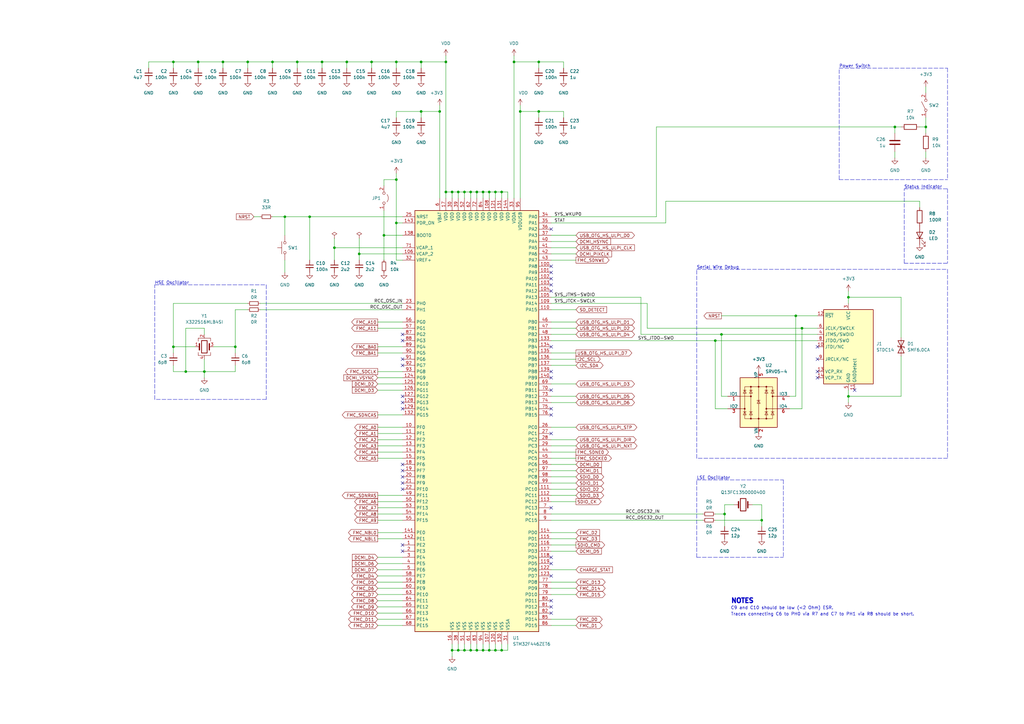
<source format=kicad_sch>
(kicad_sch (version 20211123) (generator eeschema)
  (paper "A3")
  (junction (at 200.66 266.7))
  (junction (at 182.88 78.74))
  (junction (at 101.6 25.4))
  (junction (at 185.42 266.7))
  (junction (at 220.98 25.4))
  (junction (at 83.82 152.4))
  (junction (at 185.42 78.74))
  (junction (at 111.76 25.4))
  (junction (at 205.74 266.7))
  (junction (at 195.58 78.74))
  (junction (at 71.12 25.4))
  (junction (at 193.04 78.74))
  (junction (at 147.32 104.14))
  (junction (at 137.16 101.6))
  (junction (at 190.5 78.74))
  (junction (at 172.72 45.72))
  (junction (at 203.2 266.7))
  (junction (at 293.37 139.7))
  (junction (at 190.5 266.7))
  (junction (at 205.74 78.74))
  (junction (at 81.28 25.4))
  (junction (at 198.12 266.7))
  (junction (at 71.12 142.24))
  (junction (at 213.36 45.72))
  (junction (at 121.92 25.4))
  (junction (at 132.08 25.4))
  (junction (at 152.4 25.4))
  (junction (at 326.39 129.54))
  (junction (at 96.52 142.24))
  (junction (at 210.82 25.4))
  (junction (at 162.56 91.44))
  (junction (at 347.98 121.92))
  (junction (at 142.24 25.4))
  (junction (at 295.91 137.16))
  (junction (at 328.93 134.62))
  (junction (at 312.42 213.36))
  (junction (at 162.56 25.4))
  (junction (at 76.2 152.4))
  (junction (at 116.84 88.9))
  (junction (at 193.04 266.7))
  (junction (at 203.2 78.74))
  (junction (at 367.03 52.07))
  (junction (at 162.56 73.66))
  (junction (at 157.48 96.52))
  (junction (at 297.18 210.82))
  (junction (at 379.73 52.07))
  (junction (at 182.88 25.4))
  (junction (at 127 88.9))
  (junction (at 172.72 25.4))
  (junction (at 347.98 162.56))
  (junction (at 198.12 78.74))
  (junction (at 180.34 45.72))
  (junction (at 187.96 266.7))
  (junction (at 195.58 266.7))
  (junction (at 187.96 78.74))
  (junction (at 91.44 25.4))
  (junction (at 200.66 78.74))
  (junction (at 220.98 45.72))
  (no_connect (at 165.1 198.12))
  (no_connect (at 226.06 170.18))
  (no_connect (at 226.06 246.38))
  (no_connect (at 335.28 154.94))
  (no_connect (at 165.1 223.52))
  (no_connect (at 335.28 147.32))
  (no_connect (at 335.28 152.4))
  (no_connect (at 226.06 160.02))
  (no_connect (at 165.1 226.06))
  (no_connect (at 226.06 114.3))
  (no_connect (at 226.06 167.64))
  (no_connect (at 226.06 116.84))
  (no_connect (at 165.1 165.1))
  (no_connect (at 165.1 162.56))
  (no_connect (at 165.1 167.64))
  (no_connect (at 165.1 137.16))
  (no_connect (at 335.28 142.24))
  (no_connect (at 226.06 236.22))
  (no_connect (at 226.06 231.14))
  (no_connect (at 226.06 152.4))
  (no_connect (at 226.06 154.94))
  (no_connect (at 226.06 109.22))
  (no_connect (at 226.06 248.92))
  (no_connect (at 226.06 119.38))
  (no_connect (at 165.1 193.04))
  (no_connect (at 226.06 93.98))
  (no_connect (at 226.06 177.8))
  (no_connect (at 226.06 111.76))
  (no_connect (at 226.06 251.46))
  (no_connect (at 165.1 139.7))
  (no_connect (at 165.1 190.5))
  (no_connect (at 226.06 142.24))
  (no_connect (at 165.1 195.58))
  (no_connect (at 165.1 149.86))
  (no_connect (at 350.52 160.02))
  (no_connect (at 165.1 200.66))
  (no_connect (at 226.06 228.6))
  (no_connect (at 165.1 147.32))
  (no_connect (at 226.06 208.28))
  (wire (pts (xy 226.06 127) (xy 236.22 127)))
  (wire (pts (xy 347.98 121.92) (xy 347.98 124.46)))
  (wire (pts (xy 323.85 162.56) (xy 326.39 162.56)))
  (wire (pts (xy 231.14 45.72) (xy 220.98 45.72)))
  (wire (pts (xy 328.93 134.62) (xy 335.28 134.62)))
  (wire (pts (xy 137.16 97.79) (xy 137.16 101.6)))
  (wire (pts (xy 231.14 25.4) (xy 220.98 25.4)))
  (wire (pts (xy 312.42 207.01) (xy 312.42 213.36)))
  (wire (pts (xy 236.22 99.06) (xy 226.06 99.06)))
  (wire (pts (xy 185.42 264.16) (xy 185.42 266.7)))
  (wire (pts (xy 220.98 25.4) (xy 220.98 27.94)))
  (wire (pts (xy 162.56 106.68) (xy 162.56 91.44)))
  (wire (pts (xy 236.22 175.26) (xy 226.06 175.26)))
  (wire (pts (xy 293.37 139.7) (xy 335.28 139.7)))
  (wire (pts (xy 226.06 205.74) (xy 236.22 205.74)))
  (wire (pts (xy 157.48 96.52) (xy 165.1 96.52)))
  (wire (pts (xy 236.22 147.32) (xy 226.06 147.32)))
  (polyline (pts (xy 344.17 27.94) (xy 388.62 27.94)))
  (wire (pts (xy 367.03 52.07) (xy 367.03 54.61)))
  (wire (pts (xy 154.94 233.68) (xy 165.1 233.68)))
  (wire (pts (xy 213.36 45.72) (xy 220.98 45.72)))
  (wire (pts (xy 236.22 187.96) (xy 226.06 187.96)))
  (wire (pts (xy 297.18 207.01) (xy 300.99 207.01)))
  (wire (pts (xy 76.2 134.62) (xy 76.2 152.4)))
  (polyline (pts (xy 109.22 163.83) (xy 63.5 163.83)))
  (wire (pts (xy 200.66 266.7) (xy 203.2 266.7)))
  (wire (pts (xy 106.68 127) (xy 165.1 127)))
  (polyline (pts (xy 63.5 163.83) (xy 63.5 116.84)))
  (wire (pts (xy 80.01 142.24) (xy 71.12 142.24)))
  (wire (pts (xy 162.56 73.66) (xy 162.56 71.12)))
  (wire (pts (xy 162.56 91.44) (xy 162.56 73.66)))
  (wire (pts (xy 147.32 106.68) (xy 147.32 104.14)))
  (wire (pts (xy 236.22 96.52) (xy 226.06 96.52)))
  (polyline (pts (xy 321.31 196.85) (xy 321.31 228.6)))
  (wire (pts (xy 116.84 88.9) (xy 116.84 96.52)))
  (wire (pts (xy 91.44 25.4) (xy 81.28 25.4)))
  (wire (pts (xy 203.2 78.74) (xy 200.66 78.74)))
  (wire (pts (xy 96.52 127) (xy 101.6 127)))
  (wire (pts (xy 91.44 25.4) (xy 91.44 27.94)))
  (wire (pts (xy 298.45 162.56) (xy 295.91 162.56)))
  (wire (pts (xy 185.42 266.7) (xy 187.96 266.7)))
  (wire (pts (xy 347.98 162.56) (xy 347.98 160.02)))
  (wire (pts (xy 293.37 139.7) (xy 293.37 167.64)))
  (polyline (pts (xy 285.75 196.85) (xy 321.31 196.85)))
  (polyline (pts (xy 344.17 73.66) (xy 388.62 73.66)))
  (wire (pts (xy 162.56 25.4) (xy 162.56 27.94)))
  (wire (pts (xy 273.05 91.44) (xy 226.06 91.44)))
  (wire (pts (xy 379.73 62.23) (xy 379.73 64.77)))
  (wire (pts (xy 195.58 264.16) (xy 195.58 266.7)))
  (polyline (pts (xy 285.75 228.6) (xy 321.31 228.6)))
  (wire (pts (xy 236.22 203.2) (xy 226.06 203.2)))
  (wire (pts (xy 262.89 137.16) (xy 262.89 121.92)))
  (wire (pts (xy 367.03 52.07) (xy 369.57 52.07)))
  (wire (pts (xy 312.42 213.36) (xy 312.42 215.9)))
  (wire (pts (xy 162.56 48.26) (xy 162.56 45.72)))
  (wire (pts (xy 328.93 167.64) (xy 323.85 167.64)))
  (wire (pts (xy 195.58 78.74) (xy 195.58 81.28)))
  (wire (pts (xy 127 88.9) (xy 127 106.68)))
  (wire (pts (xy 226.06 213.36) (xy 288.29 213.36)))
  (wire (pts (xy 157.48 76.2) (xy 157.48 73.66)))
  (wire (pts (xy 96.52 142.24) (xy 96.52 144.78)))
  (wire (pts (xy 154.94 187.96) (xy 165.1 187.96)))
  (wire (pts (xy 273.05 82.55) (xy 273.05 91.44)))
  (polyline (pts (xy 370.84 107.95) (xy 370.84 77.47)))
  (wire (pts (xy 76.2 152.4) (xy 83.82 152.4)))
  (wire (pts (xy 198.12 264.16) (xy 198.12 266.7)))
  (wire (pts (xy 87.63 142.24) (xy 96.52 142.24)))
  (wire (pts (xy 154.94 213.36) (xy 165.1 213.36)))
  (wire (pts (xy 312.42 213.36) (xy 293.37 213.36)))
  (wire (pts (xy 367.03 62.23) (xy 367.03 64.77)))
  (wire (pts (xy 347.98 121.92) (xy 369.57 121.92)))
  (wire (pts (xy 208.28 81.28) (xy 208.28 78.74)))
  (wire (pts (xy 147.32 104.14) (xy 165.1 104.14)))
  (wire (pts (xy 231.14 25.4) (xy 231.14 27.94)))
  (wire (pts (xy 236.22 144.78) (xy 226.06 144.78)))
  (wire (pts (xy 205.74 78.74) (xy 208.28 78.74)))
  (wire (pts (xy 96.52 152.4) (xy 83.82 152.4)))
  (wire (pts (xy 180.34 45.72) (xy 180.34 81.28)))
  (wire (pts (xy 226.06 210.82) (xy 288.29 210.82)))
  (wire (pts (xy 182.88 25.4) (xy 182.88 78.74)))
  (wire (pts (xy 190.5 264.16) (xy 190.5 266.7)))
  (wire (pts (xy 71.12 142.24) (xy 71.12 144.78)))
  (wire (pts (xy 96.52 149.86) (xy 96.52 152.4)))
  (wire (pts (xy 187.96 264.16) (xy 187.96 266.7)))
  (wire (pts (xy 172.72 45.72) (xy 180.34 45.72)))
  (wire (pts (xy 172.72 25.4) (xy 162.56 25.4)))
  (wire (pts (xy 198.12 78.74) (xy 198.12 81.28)))
  (wire (pts (xy 182.88 78.74) (xy 182.88 81.28)))
  (wire (pts (xy 236.22 190.5) (xy 226.06 190.5)))
  (wire (pts (xy 236.22 241.3) (xy 226.06 241.3)))
  (wire (pts (xy 185.42 266.7) (xy 185.42 269.24)))
  (wire (pts (xy 295.91 137.16) (xy 262.89 137.16)))
  (wire (pts (xy 172.72 25.4) (xy 172.72 27.94)))
  (polyline (pts (xy 285.75 187.96) (xy 285.75 110.49)))
  (wire (pts (xy 154.94 134.62) (xy 165.1 134.62)))
  (wire (pts (xy 111.76 25.4) (xy 111.76 27.94)))
  (wire (pts (xy 203.2 264.16) (xy 203.2 266.7)))
  (wire (pts (xy 185.42 78.74) (xy 185.42 81.28)))
  (wire (pts (xy 187.96 78.74) (xy 185.42 78.74)))
  (wire (pts (xy 190.5 78.74) (xy 187.96 78.74)))
  (polyline (pts (xy 109.22 116.84) (xy 109.22 163.83)))
  (wire (pts (xy 236.22 180.34) (xy 226.06 180.34)))
  (wire (pts (xy 154.94 182.88) (xy 165.1 182.88)))
  (wire (pts (xy 236.22 226.06) (xy 226.06 226.06)))
  (wire (pts (xy 236.22 101.6) (xy 226.06 101.6)))
  (wire (pts (xy 154.94 220.98) (xy 165.1 220.98)))
  (wire (pts (xy 236.22 162.56) (xy 226.06 162.56)))
  (wire (pts (xy 154.94 254) (xy 165.1 254)))
  (wire (pts (xy 154.94 152.4) (xy 165.1 152.4)))
  (wire (pts (xy 142.24 25.4) (xy 132.08 25.4)))
  (wire (pts (xy 193.04 264.16) (xy 193.04 266.7)))
  (wire (pts (xy 154.94 177.8) (xy 165.1 177.8)))
  (wire (pts (xy 205.74 264.16) (xy 205.74 266.7)))
  (wire (pts (xy 236.22 185.42) (xy 226.06 185.42)))
  (wire (pts (xy 226.06 139.7) (xy 293.37 139.7)))
  (wire (pts (xy 121.92 25.4) (xy 111.76 25.4)))
  (wire (pts (xy 154.94 246.38) (xy 165.1 246.38)))
  (wire (pts (xy 190.5 266.7) (xy 193.04 266.7)))
  (wire (pts (xy 226.06 124.46) (xy 265.43 124.46)))
  (wire (pts (xy 71.12 149.86) (xy 71.12 152.4)))
  (wire (pts (xy 326.39 129.54) (xy 335.28 129.54)))
  (wire (pts (xy 236.22 134.62) (xy 226.06 134.62)))
  (wire (pts (xy 377.19 82.55) (xy 273.05 82.55)))
  (wire (pts (xy 208.28 266.7) (xy 205.74 266.7)))
  (wire (pts (xy 154.94 185.42) (xy 165.1 185.42)))
  (wire (pts (xy 236.22 104.14) (xy 226.06 104.14)))
  (wire (pts (xy 116.84 88.9) (xy 127 88.9)))
  (wire (pts (xy 121.92 25.4) (xy 121.92 27.94)))
  (wire (pts (xy 154.94 175.26) (xy 165.1 175.26)))
  (wire (pts (xy 182.88 25.4) (xy 172.72 25.4)))
  (wire (pts (xy 154.94 157.48) (xy 165.1 157.48)))
  (wire (pts (xy 154.94 228.6) (xy 165.1 228.6)))
  (wire (pts (xy 200.66 264.16) (xy 200.66 266.7)))
  (wire (pts (xy 236.22 137.16) (xy 226.06 137.16)))
  (wire (pts (xy 236.22 106.68) (xy 226.06 106.68)))
  (wire (pts (xy 236.22 256.54) (xy 226.06 256.54)))
  (wire (pts (xy 154.94 160.02) (xy 165.1 160.02)))
  (wire (pts (xy 71.12 152.4) (xy 76.2 152.4)))
  (wire (pts (xy 335.28 137.16) (xy 295.91 137.16)))
  (polyline (pts (xy 388.62 187.96) (xy 285.75 187.96)))
  (wire (pts (xy 154.94 238.76) (xy 165.1 238.76)))
  (wire (pts (xy 308.61 207.01) (xy 312.42 207.01)))
  (wire (pts (xy 185.42 78.74) (xy 182.88 78.74)))
  (wire (pts (xy 96.52 142.24) (xy 96.52 127)))
  (polyline (pts (xy 285.75 228.6) (xy 285.75 196.85)))
  (wire (pts (xy 347.98 165.1) (xy 347.98 162.56)))
  (wire (pts (xy 154.94 218.44) (xy 165.1 218.44)))
  (wire (pts (xy 187.96 266.7) (xy 190.5 266.7)))
  (wire (pts (xy 154.94 205.74) (xy 165.1 205.74)))
  (wire (pts (xy 154.94 203.2) (xy 165.1 203.2)))
  (wire (pts (xy 236.22 238.76) (xy 226.06 238.76)))
  (wire (pts (xy 157.48 73.66) (xy 162.56 73.66)))
  (wire (pts (xy 154.94 154.94) (xy 165.1 154.94)))
  (wire (pts (xy 236.22 200.66) (xy 226.06 200.66)))
  (wire (pts (xy 236.22 220.98) (xy 226.06 220.98)))
  (wire (pts (xy 379.73 35.56) (xy 379.73 38.1)))
  (wire (pts (xy 347.98 162.56) (xy 369.57 162.56)))
  (wire (pts (xy 198.12 266.7) (xy 200.66 266.7)))
  (wire (pts (xy 200.66 78.74) (xy 198.12 78.74)))
  (polyline (pts (xy 388.62 77.47) (xy 388.62 107.95)))
  (wire (pts (xy 295.91 129.54) (xy 326.39 129.54)))
  (wire (pts (xy 293.37 167.64) (xy 298.45 167.64)))
  (wire (pts (xy 132.08 25.4) (xy 121.92 25.4)))
  (wire (pts (xy 111.76 88.9) (xy 116.84 88.9)))
  (wire (pts (xy 236.22 182.88) (xy 226.06 182.88)))
  (wire (pts (xy 154.94 256.54) (xy 165.1 256.54)))
  (wire (pts (xy 226.06 121.92) (xy 262.89 121.92)))
  (wire (pts (xy 195.58 78.74) (xy 193.04 78.74)))
  (wire (pts (xy 236.22 195.58) (xy 226.06 195.58)))
  (wire (pts (xy 210.82 25.4) (xy 210.82 81.28)))
  (wire (pts (xy 154.94 142.24) (xy 165.1 142.24)))
  (wire (pts (xy 71.12 25.4) (xy 71.12 27.94)))
  (wire (pts (xy 210.82 25.4) (xy 220.98 25.4)))
  (wire (pts (xy 152.4 25.4) (xy 152.4 27.94)))
  (wire (pts (xy 71.12 25.4) (xy 60.96 25.4)))
  (polyline (pts (xy 388.62 110.49) (xy 388.62 187.96)))
  (wire (pts (xy 379.73 52.07) (xy 379.73 48.26)))
  (polyline (pts (xy 344.17 73.66) (xy 344.17 27.94)))
  (wire (pts (xy 226.06 88.9) (xy 269.24 88.9)))
  (wire (pts (xy 236.22 218.44) (xy 226.06 218.44)))
  (wire (pts (xy 157.48 86.36) (xy 157.48 96.52)))
  (wire (pts (xy 111.76 25.4) (xy 101.6 25.4)))
  (wire (pts (xy 154.94 248.92) (xy 165.1 248.92)))
  (wire (pts (xy 265.43 134.62) (xy 328.93 134.62)))
  (wire (pts (xy 101.6 25.4) (xy 101.6 27.94)))
  (wire (pts (xy 152.4 25.4) (xy 142.24 25.4)))
  (wire (pts (xy 154.94 243.84) (xy 165.1 243.84)))
  (wire (pts (xy 236.22 165.1) (xy 226.06 165.1)))
  (wire (pts (xy 81.28 25.4) (xy 81.28 27.94)))
  (wire (pts (xy 182.88 22.86) (xy 182.88 25.4)))
  (wire (pts (xy 236.22 193.04) (xy 226.06 193.04)))
  (wire (pts (xy 205.74 78.74) (xy 203.2 78.74)))
  (wire (pts (xy 236.22 132.08) (xy 226.06 132.08)))
  (wire (pts (xy 293.37 210.82) (xy 297.18 210.82)))
  (wire (pts (xy 137.16 101.6) (xy 137.16 106.68)))
  (wire (pts (xy 297.18 210.82) (xy 297.18 207.01)))
  (wire (pts (xy 83.82 152.4) (xy 83.82 154.94)))
  (wire (pts (xy 162.56 25.4) (xy 152.4 25.4)))
  (wire (pts (xy 193.04 78.74) (xy 190.5 78.74)))
  (wire (pts (xy 172.72 45.72) (xy 172.72 48.26)))
  (wire (pts (xy 104.14 88.9) (xy 106.68 88.9)))
  (wire (pts (xy 269.24 88.9) (xy 269.24 52.07)))
  (wire (pts (xy 154.94 241.3) (xy 165.1 241.3)))
  (wire (pts (xy 132.08 25.4) (xy 132.08 27.94)))
  (wire (pts (xy 236.22 223.52) (xy 226.06 223.52)))
  (wire (pts (xy 326.39 162.56) (xy 326.39 129.54)))
  (wire (pts (xy 142.24 25.4) (xy 142.24 27.94)))
  (wire (pts (xy 60.96 27.94) (xy 60.96 25.4)))
  (polyline (pts (xy 370.84 77.47) (xy 388.62 77.47)))
  (wire (pts (xy 369.57 162.56) (xy 369.57 146.05)))
  (wire (pts (xy 71.12 124.46) (xy 101.6 124.46)))
  (wire (pts (xy 193.04 78.74) (xy 193.04 81.28)))
  (polyline (pts (xy 370.84 107.95) (xy 388.62 107.95)))
  (polyline (pts (xy 388.62 27.94) (xy 388.62 73.66)))
  (wire (pts (xy 213.36 43.18) (xy 213.36 45.72)))
  (wire (pts (xy 220.98 45.72) (xy 220.98 48.26)))
  (wire (pts (xy 203.2 78.74) (xy 203.2 81.28)))
  (wire (pts (xy 208.28 264.16) (xy 208.28 266.7)))
  (wire (pts (xy 205.74 78.74) (xy 205.74 81.28)))
  (wire (pts (xy 154.94 210.82) (xy 165.1 210.82)))
  (wire (pts (xy 369.57 121.92) (xy 369.57 138.43)))
  (wire (pts (xy 101.6 25.4) (xy 91.44 25.4)))
  (wire (pts (xy 203.2 266.7) (xy 205.74 266.7)))
  (wire (pts (xy 377.19 52.07) (xy 379.73 52.07)))
  (wire (pts (xy 154.94 132.08) (xy 165.1 132.08)))
  (wire (pts (xy 236.22 243.84) (xy 226.06 243.84)))
  (wire (pts (xy 157.48 106.68) (xy 157.48 96.52)))
  (wire (pts (xy 162.56 91.44) (xy 165.1 91.44)))
  (wire (pts (xy 127 88.9) (xy 165.1 88.9)))
  (wire (pts (xy 187.96 78.74) (xy 187.96 81.28)))
  (wire (pts (xy 71.12 142.24) (xy 71.12 124.46)))
  (wire (pts (xy 231.14 45.72) (xy 231.14 48.26)))
  (wire (pts (xy 236.22 149.86) (xy 226.06 149.86)))
  (wire (pts (xy 83.82 134.62) (xy 76.2 134.62)))
  (wire (pts (xy 154.94 170.18) (xy 165.1 170.18)))
  (wire (pts (xy 83.82 137.16) (xy 83.82 134.62)))
  (wire (pts (xy 154.94 144.78) (xy 165.1 144.78)))
  (wire (pts (xy 198.12 78.74) (xy 195.58 78.74)))
  (wire (pts (xy 154.94 180.34) (xy 165.1 180.34)))
  (wire (pts (xy 236.22 198.12) (xy 226.06 198.12)))
  (wire (pts (xy 328.93 134.62) (xy 328.93 167.64)))
  (wire (pts (xy 180.34 43.18) (xy 180.34 45.72)))
  (wire (pts (xy 162.56 106.68) (xy 165.1 106.68)))
  (wire (pts (xy 265.43 124.46) (xy 265.43 134.62)))
  (wire (pts (xy 106.68 124.46) (xy 165.1 124.46)))
  (wire (pts (xy 379.73 52.07) (xy 379.73 54.61)))
  (wire (pts (xy 295.91 162.56) (xy 295.91 137.16)))
  (wire (pts (xy 236.22 157.48) (xy 226.06 157.48)))
  (wire (pts (xy 190.5 78.74) (xy 190.5 81.28)))
  (wire (pts (xy 213.36 45.72) (xy 213.36 81.28)))
  (wire (pts (xy 162.56 45.72) (xy 172.72 45.72)))
  (wire (pts (xy 193.04 266.7) (xy 195.58 266.7)))
  (wire (pts (xy 137.16 101.6) (xy 165.1 101.6)))
  (polyline (pts (xy 63.5 116.84) (xy 109.22 116.84)))
  (wire (pts (xy 116.84 106.68) (xy 116.84 111.76)))
  (wire (pts (xy 81.28 25.4) (xy 71.12 25.4)))
  (wire (pts (xy 83.82 147.32) (xy 83.82 152.4)))
  (wire (pts (xy 154.94 208.28) (xy 165.1 208.28)))
  (wire (pts (xy 297.18 210.82) (xy 297.18 215.9)))
  (wire (pts (xy 377.19 85.09) (xy 377.19 82.55)))
  (wire (pts (xy 226.06 233.68) (xy 236.22 233.68)))
  (wire (pts (xy 210.82 22.86) (xy 210.82 25.4)))
  (wire (pts (xy 200.66 78.74) (xy 200.66 81.28)))
  (wire (pts (xy 154.94 251.46) (xy 165.1 251.46)))
  (wire (pts (xy 347.98 119.38) (xy 347.98 121.92)))
  (wire (pts (xy 195.58 266.7) (xy 198.12 266.7)))
  (polyline (pts (xy 285.75 110.49) (xy 388.62 110.49)))
  (wire (pts (xy 269.24 52.07) (xy 367.03 52.07)))
  (wire (pts (xy 147.32 97.79) (xy 147.32 104.14)))
  (wire (pts (xy 154.94 231.14) (xy 165.1 231.14)))
  (wire (pts (xy 236.22 254) (xy 226.06 254)))
  (wire (pts (xy 154.94 236.22) (xy 165.1 236.22)))
  (text "C9 and C10 should be low (<2 Ohm) ESR." (at 299.72 250.19 0) (effects (font (size 1.27 1.27)) (justify left bottom)))
  (text "Traces connecting C6 to PH0 via R7 and C7 to PH1 via R8 should be short." (at 299.72 252.73 0) (effects (font (size 1.27 1.27)) (justify left bottom)))
  (text "LSE Oscillator" (at 285.75 196.85 0) (effects (font (size 1.27 1.27)) (justify left bottom)))
  (text "Serial Wire Debug" (at 285.75 110.49 0) (effects (font (size 1.27 1.27)) (justify left bottom)))
  (text "HSE Oscillator" (at 63.5 116.84 0) (effects (font (size 1.27 1.27)) (justify left bottom)))
  (text "Status Indicator" (at 370.84 77.47 0) (effects (font (size 1.27 1.27)) (justify left bottom)))
  (text "NOTES" (at 299.72 247.65 0) (effects (font (size 1.905 1.905) (thickness 0.508) bold) (justify left bottom)))
  (text "Power Switch" (at 344.17 27.94 0) (effects (font (size 1.27 1.27)) (justify left bottom)))
  (label "STAT" (at 227.33 91.44 0))
  (label "RCC_OSC_OUT" (at 165.1 127 180))
  (label "SYS_JTMS-SWDIO" (at 227.33 121.92 0))
  (label "SYS_WKUP0" (at 227.33 88.9 0))
  (label "RCC_OSC32_OUT" (at 256.54 213.36 0))
  (label "SYS_JTCK-SWCLK" (at 227.33 124.46 0))
  (label "RCC_OSC_IN" (at 165.1 124.46 180))
  (label "RCC_OSC32_IN" (at 256.54 210.82 0))
  (label "SYS_JTDO-SWO" (at 261.62 139.7 0))
  (global_label "DCMI_D0" (shape input) (at 236.22 190.5 0) (property "Intersheet References" "${INTERSHEET_REFS}" (effects hide)))
  (global_label "DCMI_D3" (shape input) (at 154.94 160.02 180) (property "Intersheet References" "${INTERSHEET_REFS}" (effects hide)))
  (global_label "DCMI_PIXCLK" (shape input) (at 236.22 104.14 0) (property "Intersheet References" "${INTERSHEET_REFS}" (effects hide)))
  (global_label "SDIO_CK" (shape output) (at 236.22 205.74 0) (property "Intersheet References" "${INTERSHEET_REFS}" (effects hide)))
  (global_label "SDIO_D1" (shape bidirectional) (at 236.22 198.12 0) (property "Intersheet References" "${INTERSHEET_REFS}" (effects hide)))
  (global_label "FMC_A4" (shape output) (at 154.94 185.42 180) (property "Intersheet References" "${INTERSHEET_REFS}" (effects hide)))
  (global_label "USB_OTG_HS_ULPI_D5" (shape bidirectional) (at 236.22 162.56 0) (property "Intersheet References" "${INTERSHEET_REFS}" (effects hide)))
  (global_label "DCMI_D7" (shape input) (at 154.94 233.68 180) (property "Intersheet References" "${INTERSHEET_REFS}" (effects hide)))
  (global_label "FMC_A7" (shape output) (at 154.94 208.28 180) (property "Intersheet References" "${INTERSHEET_REFS}" (effects hide)))
  (global_label "USB_OTG_HS_ULPI_STP" (shape bidirectional) (at 236.22 175.26 0) (property "Intersheet References" "${INTERSHEET_REFS}" (effects hide)))
  (global_label "DCMI_D1" (shape input) (at 236.22 193.04 0) (property "Intersheet References" "${INTERSHEET_REFS}" (effects hide)))
  (global_label "FMC_D10" (shape bidirectional) (at 154.94 251.46 180) (property "Intersheet References" "${INTERSHEET_REFS}" (effects hide)))
  (global_label "FMC_A1" (shape output) (at 154.94 177.8 180) (property "Intersheet References" "${INTERSHEET_REFS}" (effects hide)))
  (global_label "USB_OTG_HS_ULPI_DIR" (shape bidirectional) (at 236.22 180.34 0) (property "Intersheet References" "${INTERSHEET_REFS}" (effects hide)))
  (global_label "FMC_A5" (shape output) (at 154.94 187.96 180) (property "Intersheet References" "${INTERSHEET_REFS}" (effects hide)))
  (global_label "FMC_A2" (shape output) (at 154.94 180.34 180) (property "Intersheet References" "${INTERSHEET_REFS}" (effects hide)))
  (global_label "USB_OTG_HS_ULPI_D1" (shape bidirectional) (at 236.22 132.08 0) (property "Intersheet References" "${INTERSHEET_REFS}" (effects hide)))
  (global_label "FMC_NBL1" (shape output) (at 154.94 220.98 180) (property "Intersheet References" "${INTERSHEET_REFS}" (effects hide)))
  (global_label "USB_OTG_HS_ULPI_D0" (shape bidirectional) (at 236.22 96.52 0) (property "Intersheet References" "${INTERSHEET_REFS}" (effects hide)))
  (global_label "FMC_SDCLK" (shape output) (at 154.94 152.4 180) (property "Intersheet References" "${INTERSHEET_REFS}" (effects hide)))
  (global_label "I2C_SCL" (shape output) (at 236.22 147.32 0) (property "Intersheet References" "${INTERSHEET_REFS}" (effects hide)))
  (global_label "FMC_D14" (shape bidirectional) (at 236.22 241.3 0) (property "Intersheet References" "${INTERSHEET_REFS}" (effects hide)))
  (global_label "FMC_SDNE0" (shape output) (at 236.22 185.42 0) (property "Intersheet References" "${INTERSHEET_REFS}" (effects hide)))
  (global_label "NRST" (shape input) (at 104.14 88.9 180) (property "Intersheet References" "${INTERSHEET_REFS}" (effects hide)))
  (global_label "USB_OTG_HS_ULPI_D2" (shape bidirectional) (at 236.22 134.62 0) (property "Intersheet References" "${INTERSHEET_REFS}" (effects hide)))
  (global_label "FMC_D11" (shape bidirectional) (at 154.94 254 180) (property "Intersheet References" "${INTERSHEET_REFS}" (effects hide)))
  (global_label "DCMI_VSYNC" (shape input) (at 154.94 154.94 180) (property "Intersheet References" "${INTERSHEET_REFS}" (effects hide)))
  (global_label "FMC_SDNWE" (shape output) (at 236.22 106.68 0) (property "Intersheet References" "${INTERSHEET_REFS}" (effects hide)))
  (global_label "FMC_D15" (shape bidirectional) (at 236.22 243.84 0) (property "Intersheet References" "${INTERSHEET_REFS}" (effects hide)))
  (global_label "FMC_BA1" (shape output) (at 154.94 144.78 180) (property "Intersheet References" "${INTERSHEET_REFS}" (effects hide)))
  (global_label "SDIO_CMD" (shape output) (at 236.22 223.52 0) (property "Intersheet References" "${INTERSHEET_REFS}" (effects hide)))
  (global_label "USB_OTG_HS_ULPI_D6" (shape bidirectional) (at 236.22 165.1 0) (property "Intersheet References" "${INTERSHEET_REFS}" (effects hide)))
  (global_label "USB_OTG_HS_ULPI_NXT" (shape bidirectional) (at 236.22 182.88 0) (property "Intersheet References" "${INTERSHEET_REFS}" (effects hide)))
  (global_label "SDIO_D2" (shape bidirectional) (at 236.22 200.66 0) (property "Intersheet References" "${INTERSHEET_REFS}" (effects hide)))
  (global_label "FMC_A10" (shape output) (at 154.94 132.08 180) (property "Intersheet References" "${INTERSHEET_REFS}" (effects hide)))
  (global_label "FMC_D8" (shape bidirectional) (at 154.94 246.38 180) (property "Intersheet References" "${INTERSHEET_REFS}" (effects hide)))
  (global_label "I2C_SDA" (shape bidirectional) (at 236.22 149.86 0) (property "Intersheet References" "${INTERSHEET_REFS}" (effects hide)))
  (global_label "SDIO_D3" (shape bidirectional) (at 236.22 203.2 0) (property "Intersheet References" "${INTERSHEET_REFS}" (effects hide)))
  (global_label "FMC_A11" (shape output) (at 154.94 134.62 180) (property "Intersheet References" "${INTERSHEET_REFS}" (effects hide)))
  (global_label "FMC_D3" (shape input) (at 236.22 220.98 0) (property "Intersheet References" "${INTERSHEET_REFS}" (effects hide)))
  (global_label "SDIO_D0" (shape bidirectional) (at 236.22 195.58 0) (property "Intersheet References" "${INTERSHEET_REFS}" (effects hide)))
  (global_label "USB_OTG_HS_ULPI_D3" (shape bidirectional) (at 236.22 157.48 0) (property "Intersheet References" "${INTERSHEET_REFS}" (effects hide)))
  (global_label "FMC_BA0" (shape output) (at 154.94 142.24 180) (property "Intersheet References" "${INTERSHEET_REFS}" (effects hide)))
  (global_label "DCMI_HSYNC" (shape input) (at 236.22 99.06 0) (property "Intersheet References" "${INTERSHEET_REFS}" (effects hide)))
  (global_label "DCMI_D6" (shape input) (at 154.94 231.14 180) (property "Intersheet References" "${INTERSHEET_REFS}" (effects hide)))
  (global_label "FMC_A6" (shape output) (at 154.94 205.74 180) (property "Intersheet References" "${INTERSHEET_REFS}" (effects hide)))
  (global_label "FMC_NBL0" (shape output) (at 154.94 218.44 180) (property "Intersheet References" "${INTERSHEET_REFS}" (effects hide)))
  (global_label "FMC_D4" (shape bidirectional) (at 154.94 236.22 180) (property "Intersheet References" "${INTERSHEET_REFS}" (effects hide)))
  (global_label "FMC_D13" (shape bidirectional) (at 236.22 238.76 0) (property "Intersheet References" "${INTERSHEET_REFS}" (effects hide)))
  (global_label "FMC_D5" (shape bidirectional) (at 154.94 238.76 180) (property "Intersheet References" "${INTERSHEET_REFS}" (effects hide)))
  (global_label "FMC_SDCKE0" (shape output) (at 236.22 187.96 0) (property "Intersheet References" "${INTERSHEET_REFS}" (effects hide)))
  (global_label "NRST" (shape output) (at 295.91 129.54 180) (property "Intersheet References" "${INTERSHEET_REFS}" (effects hide)))
  (global_label "USB_OTG_HS_ULPI_D7" (shape output) (at 236.22 144.78 0) (property "Intersheet References" "${INTERSHEET_REFS}" (effects hide)))
  (global_label "FMC_D2" (shape input) (at 236.22 218.44 0) (property "Intersheet References" "${INTERSHEET_REFS}" (effects hide)))
  (global_label "FMC_A9" (shape output) (at 154.94 213.36 180) (property "Intersheet References" "${INTERSHEET_REFS}" (effects hide)))
  (global_label "FMC_D1" (shape bidirectional) (at 236.22 256.54 0) (property "Intersheet References" "${INTERSHEET_REFS}" (effects hide)))
  (global_label "CHARGE_STAT" (shape input) (at 236.22 233.68 0) (property "Intersheet References" "${INTERSHEET_REFS}" (effects hide)))
  (global_label "FMC_D7" (shape bidirectional) (at 154.94 243.84 180) (property "Intersheet References" "${INTERSHEET_REFS}" (effects hide)))
  (global_label "FMC_SDNCAS" (shape output) (at 154.94 170.18 180) (property "Intersheet References" "${INTERSHEET_REFS}" (effects hide)))
  (global_label "FMC_D12" (shape bidirectional) (at 154.94 256.54 180) (property "Intersheet References" "${INTERSHEET_REFS}" (effects hide)))
  (global_label "FMC_D6" (shape bidirectional) (at 154.94 241.3 180) (property "Intersheet References" "${INTERSHEET_REFS}" (effects hide)))
  (global_label "FMC_D0" (shape bidirectional) (at 236.22 254 0) (property "Intersheet References" "${INTERSHEET_REFS}" (effects hide)))
  (global_label "FMC_D9" (shape bidirectional) (at 154.94 248.92 180) (property "Intersheet References" "${INTERSHEET_REFS}" (effects hide)))
  (global_label "DCMI_D5" (shape input) (at 236.22 226.06 0) (property "Intersheet References" "${INTERSHEET_REFS}" (effects hide)))
  (global_label "FMC_A3" (shape output) (at 154.94 182.88 180) (property "Intersheet References" "${INTERSHEET_REFS}" (effects hide)))
  (global_label "FMC_A0" (shape output) (at 154.94 175.26 180) (property "Intersheet References" "${INTERSHEET_REFS}" (effects hide)))
  (global_label "DCMI_D4" (shape input) (at 154.94 228.6 180) (property "Intersheet References" "${INTERSHEET_REFS}" (effects hide)))
  (global_label "DCMI_D2" (shape input) (at 154.94 157.48 180) (property "Intersheet References" "${INTERSHEET_REFS}" (effects hide)))
  (global_label "USB_OTG_HS_ULPI_D4" (shape bidirectional) (at 236.22 137.16 0) (property "Intersheet References" "${INTERSHEET_REFS}" (effects hide)))
  (global_label "FMC_SDNRAS" (shape output) (at 154.94 203.2 180) (property "Intersheet References" "${INTERSHEET_REFS}" (effects hide)))
  (global_label "FMC_A8" (shape output) (at 154.94 210.82 180) (property "Intersheet References" "${INTERSHEET_REFS}" (effects hide)))
  (global_label "USB_OTG_HS_ULPI_CLK" (shape input) (at 236.22 101.6 0) (property "Intersheet References" "${INTERSHEET_REFS}" (effects hide)))
  (global_label "SD_DETECT" (shape input) (at 236.22 127 0) (property "Intersheet References" "${INTERSHEET_REFS}" (effects hide)))
  (symbol (lib_id "Device:D_TVS") (at 369.57 142.24 90) (unit 1)
    (property "Reference" "D1" (at 372.11 140.9699 90) (effects (justify right)))
    (property "Value" "SMF6.0CA" (at 372.11 143.5099 90) (effects (justify right)))
  )
  (symbol (lib_id "Device:C_Small") (at 137.16 109.22 0) (unit 1)
    (property "Reference" "C12" (at 139.7 107.9562 0) (effects (justify left)))
    (property "Value" "2u2" (at 139.7 110.4962 0) (effects (justify left)))
  )
  (symbol (lib_id "Device:C_Small") (at 142.24 30.48 0) (mirror y) (unit 1)
    (property "Reference" "C13" (at 139.7 29.2162 0) (effects (justify left)))
    (property "Value" "100n" (at 139.7 31.7562 0) (effects (justify left)))
  )
  (symbol (lib_id "Switch:SW_SPST") (at 379.73 43.18 90) (unit 1)
    (property "Reference" "SW2" (at 381 43.1799 90) (effects (justify right)))
    (property "Value" "SW_SPST" (effects hide))
  )
  (symbol (lib_id "power:GND") (at 83.82 154.94 0) (unit 1)
    (property "Reference" "#PWR04" (effects hide))
    (property "Value" "GND" (at 83.82 160.02 0))
  )
  (symbol (lib_id "power:GND") (at 185.42 269.24 0) (unit 1)
    (property "Reference" "#PWR024" (effects hide))
    (property "Value" "GND" (at 185.42 274.32 0))
  )
  (symbol (lib_id "power:GND") (at 60.96 33.02 0) (mirror y) (unit 1)
    (property "Reference" "#PWR01" (effects hide))
    (property "Value" "GND" (at 60.96 38.1 0))
  )
  (symbol (lib_id "power:GND") (at 172.72 53.34 0) (mirror y) (unit 1)
    (property "Reference" "#PWR021" (effects hide))
    (property "Value" "GND" (at 172.72 58.42 0))
  )
  (symbol (lib_id "power:VDD") (at 210.82 22.86 0) (unit 1)
    (property "Reference" "#PWR025" (effects hide))
    (property "Value" "VDD" (at 210.82 17.78 0))
  )
  (symbol (lib_id "power:GND") (at 220.98 33.02 0) (unit 1)
    (property "Reference" "#PWR027" (effects hide))
    (property "Value" "GND" (at 220.98 38.1 0))
  )
  (symbol (lib_id "power:GND") (at 101.6 33.02 0) (mirror y) (unit 1)
    (property "Reference" "#PWR06" (effects hide))
    (property "Value" "GND" (at 101.6 38.1 0))
  )
  (symbol (lib_id "power:GND") (at 127 111.76 0) (unit 1)
    (property "Reference" "#PWR010" (effects hide))
    (property "Value" "GND" (at 127 116.84 0))
  )
  (symbol (lib_id "power:GND") (at 111.76 33.02 0) (mirror y) (unit 1)
    (property "Reference" "#PWR07" (effects hide))
    (property "Value" "GND" (at 111.76 38.1 0))
  )
  (symbol (lib_id "Connector:Conn_ST_STDC14") (at 347.98 142.24 0) (mirror y) (unit 1)
    (property "Reference" "J1" (at 359.41 140.9699 0) (effects (justify right)))
    (property "Value" "STDC14" (at 359.41 143.5099 0) (effects (justify right)))
    (property "Datasheet" "https://www.st.com/content/ccc/resource/technical/document/user_manual/group1/99/49/91/b6/b2/3a/46/e5/DM00526767/files/DM00526767.pdf/jcr:content/translations/en.DM00526767.pdf" (effects hide))
  )
  (symbol (lib_id "Device:R_Small") (at 290.83 210.82 90) (unit 1)
    (property "Reference" "R5" (at 290.83 205.74 90))
    (property "Value" "0R" (at 290.83 208.28 90))
  )
  (symbol (lib_id "Jumper:Jumper_2_Open") (at 157.48 81.28 270) (mirror x) (unit 1)
    (property "Reference" "JP1" (at 156.21 81.28 90) (effects (justify right)))
    (property "Value" "Jumper_2_Open" (effects hide))
  )
  (symbol (lib_id "power:GND") (at 132.08 33.02 0) (mirror y) (unit 1)
    (property "Reference" "#PWR011" (effects hide))
    (property "Value" "GND" (at 132.08 38.1 0))
  )
  (symbol (lib_id "Device:Crystal") (at 304.8 207.01 180) (unit 1)
    (property "Reference" "Y2" (at 304.8 199.39 0))
    (property "Value" "Q13FC1350000400" (at 304.8 201.93 0))
  )
  (symbol (lib_id "Device:R") (at 373.38 52.07 90) (unit 1)
    (property "Reference" "R7" (at 373.38 45.72 90))
    (property "Value" "10k" (at 373.38 48.26 90))
  )
  (symbol (lib_id "power:GND") (at 147.32 111.76 0) (unit 1)
    (property "Reference" "#PWR014" (effects hide))
    (property "Value" "GND" (at 147.32 116.84 0))
  )
  (symbol (lib_id "Device:R_Small") (at 104.14 124.46 90) (unit 1)
    (property "Reference" "R1" (at 104.14 119.38 90))
    (property "Value" "0R" (at 104.14 121.92 90))
  )
  (symbol (lib_id "Device:C_Small") (at 91.44 30.48 0) (mirror y) (unit 1)
    (property "Reference" "C5" (at 88.9 29.2162 0) (effects (justify left)))
    (property "Value" "100n" (at 88.9 31.7562 0) (effects (justify left)))
  )
  (symbol (lib_id "power:GND") (at 379.73 64.77 0) (unit 1)
    (property "Reference" "#PWR040" (effects hide))
    (property "Value" "GND" (at 379.73 69.85 0))
  )
  (symbol (lib_id "power:PWR_FLAG") (at 147.32 97.79 0) (unit 1)
    (property "Reference" "#FLG0102" (effects hide))
    (property "Value" "PWR_FLAG" (effects hide))
  )
  (symbol (lib_id "Device:R_Small") (at 104.14 127 90) (unit 1)
    (property "Reference" "R2" (at 104.14 129.54 90))
    (property "Value" "0R" (at 104.14 132.08 90))
  )
  (symbol (lib_id "Device:C_Small") (at 111.76 30.48 0) (mirror y) (unit 1)
    (property "Reference" "C8" (at 109.22 29.2162 0) (effects (justify left)))
    (property "Value" "100n" (at 109.22 31.7562 0) (effects (justify left)))
  )
  (symbol (lib_id "power:+3V3") (at 162.56 71.12 0) (unit 1)
    (property "Reference" "#PWR019" (effects hide))
    (property "Value" "+3V3" (at 162.56 66.04 0))
  )
  (symbol (lib_id "Device:C_Small") (at 231.14 50.8 0) (unit 1)
    (property "Reference" "C23" (at 233.68 49.5362 0) (effects (justify left)))
    (property "Value" "1u" (at 233.68 52.0762 0) (effects (justify left)))
  )
  (symbol (lib_id "Device:C_Small") (at 127 109.22 0) (unit 1)
    (property "Reference" "C10" (at 129.54 107.9562 0) (effects (justify left)))
    (property "Value" "100n" (at 129.54 110.4962 0) (effects (justify left)))
  )
  (symbol (lib_id "power:GND") (at 81.28 33.02 0) (mirror y) (unit 1)
    (property "Reference" "#PWR03" (effects hide))
    (property "Value" "GND" (at 81.28 38.1 0))
  )
  (symbol (lib_id "power:GND") (at 71.12 33.02 0) (mirror y) (unit 1)
    (property "Reference" "#PWR02" (effects hide))
    (property "Value" "GND" (at 71.12 38.1 0))
  )
  (symbol (lib_id "power:GND") (at 347.98 165.1 0) (unit 1)
    (property "Reference" "#PWR036" (effects hide))
    (property "Value" "GND" (at 347.98 170.18 0))
  )
  (symbol (lib_id "Device:C") (at 367.03 58.42 0) (mirror x) (unit 1)
    (property "Reference" "C26" (at 363.22 57.1499 0) (effects (justify right)))
    (property "Value" "1u" (at 363.22 59.6899 0) (effects (justify right)))
  )
  (symbol (lib_id "Device:C_Small") (at 60.96 30.48 0) (mirror y) (unit 1)
    (property "Reference" "C1" (at 58.42 29.2162 0) (effects (justify left)))
    (property "Value" "4u7" (at 58.42 31.7562 0) (effects (justify left)))
  )
  (symbol (lib_id "power:GND") (at 162.56 53.34 0) (mirror y) (unit 1)
    (property "Reference" "#PWR018" (effects hide))
    (property "Value" "GND" (at 162.56 58.42 0))
  )
  (symbol (lib_id "Device:R") (at 377.19 88.9 0) (unit 1)
    (property "Reference" "R8" (at 381 87.63 0) (effects (justify left)))
    (property "Value" "100R" (at 381 90.17 0) (effects (justify left)))
  )
  (symbol (lib_id "Device:C_Small") (at 132.08 30.48 0) (mirror y) (unit 1)
    (property "Reference" "C11" (at 129.54 29.2162 0) (effects (justify left)))
    (property "Value" "100n" (at 129.54 31.7562 0) (effects (justify left)))
  )
  (symbol (lib_id "Device:C_Small") (at 152.4 30.48 0) (mirror y) (unit 1)
    (property "Reference" "C15" (at 149.86 29.2162 0) (effects (justify left)))
    (property "Value" "100n" (at 149.86 31.7562 0) (effects (justify left)))
  )
  (symbol (lib_id "power:+3V3") (at 180.34 43.18 0) (unit 1)
    (property "Reference" "#PWR022" (effects hide))
    (property "Value" "+3V3" (at 179.07 38.1 0))
  )
  (symbol (lib_id "Device:C_Small") (at 162.56 30.48 0) (mirror y) (unit 1)
    (property "Reference" "C16" (at 160.02 29.2162 0) (effects (justify left)))
    (property "Value" "100n" (at 160.02 31.7562 0) (effects (justify left)))
  )
  (symbol (lib_id "Device:C_Small") (at 71.12 147.32 0) (mirror x) (unit 1)
    (property "Reference" "C3" (at 68.58 146.0435 0) (effects (justify right)))
    (property "Value" "6p8" (at 68.58 148.5835 0) (effects (justify right)))
  )
  (symbol (lib_id "power:GND") (at 162.56 33.02 0) (mirror y) (unit 1)
    (property "Reference" "#PWR017" (effects hide))
    (property "Value" "GND" (at 162.56 38.1 0))
  )
  (symbol (lib_id "power:GND") (at 311.15 177.8 0) (unit 1)
    (property "Reference" "#PWR034" (effects hide))
    (property "Value" "GND" (at 311.15 182.88 0))
  )
  (symbol (lib_id "power:+3V3") (at 379.73 35.56 0) (unit 1)
    (property "Reference" "#PWR039" (effects hide))
    (property "Value" "+3V3" (at 379.73 30.48 0))
  )
  (symbol (lib_id "Device:C_Small") (at 81.28 30.48 0) (mirror y) (unit 1)
    (property "Reference" "C4" (at 78.74 29.2162 0) (effects (justify left)))
    (property "Value" "100n" (at 78.74 31.7562 0) (effects (justify left)))
  )
  (symbol (lib_id "power:GND") (at 220.98 53.34 0) (unit 1)
    (property "Reference" "#PWR028" (effects hide))
    (property "Value" "GND" (at 220.98 58.42 0))
  )
  (symbol (lib_id "power:GND") (at 91.44 33.02 0) (mirror y) (unit 1)
    (property "Reference" "#PWR05" (effects hide))
    (property "Value" "GND" (at 91.44 38.1 0))
  )
  (symbol (lib_id "Power_Protection:SRV05-4") (at 311.15 165.1 0) (unit 1)
    (property "Reference" "U2" (at 313.9187 149.86 0) (effects (justify left)))
    (property "Value" "SRV05-4" (at 313.9187 152.4 0) (effects (justify left)))
    (property "Footprint" "Package_TO_SOT_SMD:SOT-23-6" (effects hide))
    (property "Datasheet" "http://www.onsemi.com/pub/Collateral/SRV05-4-D.PDF" (effects hide))
  )
  (symbol (lib_id "power:GND") (at 157.48 111.76 0) (unit 1)
    (property "Reference" "#PWR016" (effects hide))
    (property "Value" "GND" (at 157.48 116.84 0))
  )
  (symbol (lib_id "Device:Crystal_GND24") (at 83.82 142.24 0) (unit 1)
    (property "Reference" "Y1" (at 83.82 129.54 0))
    (property "Value" "X322516MLB4SI" (at 83.82 132.08 0))
  )
  (symbol (lib_id "power:PWR_FLAG") (at 137.16 97.79 0) (unit 1)
    (property "Reference" "#FLG0101" (effects hide))
    (property "Value" "PWR_FLAG" (effects hide))
  )
  (symbol (lib_id "Device:C_Small") (at 172.72 50.8 0) (mirror y) (unit 1)
    (property "Reference" "C19" (at 170.18 49.5362 0) (effects (justify left)))
    (property "Value" "100n" (at 170.18 52.0762 0) (effects (justify left)))
  )
  (symbol (lib_id "Switch:SW_Push") (at 116.84 101.6 90) (unit 1)
    (property "Reference" "SW1" (at 118.11 101.5999 90) (effects (justify right)))
    (property "Value" "SW_Push" (effects hide))
  )
  (symbol (lib_id "power:GND") (at 116.84 111.76 0) (unit 1)
    (property "Reference" "#PWR08" (effects hide))
    (property "Value" "GND" (at 116.84 116.84 0))
  )
  (symbol (lib_id "power:VDD") (at 182.88 22.86 0) (unit 1)
    (property "Reference" "#PWR023" (effects hide))
    (property "Value" "VDD" (at 182.88 17.78 0))
  )
  (symbol (lib_id "power:GND") (at 377.19 100.33 0) (unit 1)
    (property "Reference" "#PWR038" (effects hide))
    (property "Value" "GND" (at 377.19 105.41 0))
  )
  (symbol (lib_id "Device:R_Small") (at 157.48 109.22 0) (unit 1)
    (property "Reference" "R4" (at 160.02 107.9499 0) (effects (justify left)))
    (property "Value" "10k" (at 160.02 110.4899 0) (effects (justify left)))
  )
  (symbol (lib_id "power:+3V3") (at 311.15 152.4 0) (unit 1)
    (property "Reference" "#PWR033" (effects hide))
    (property "Value" "+3V3" (at 311.15 147.32 0))
  )
  (symbol (lib_id "Device:C_Small") (at 220.98 30.48 0) (unit 1)
    (property "Reference" "C20" (at 223.52 29.2162 0) (effects (justify left)))
    (property "Value" "100n" (at 223.52 31.7562 0) (effects (justify left)))
  )
  (symbol (lib_id "Device:C_Small") (at 162.56 50.8 0) (mirror y) (unit 1)
    (property "Reference" "C17" (at 160.02 49.5362 0) (effects (justify left)))
    (property "Value" "4u7" (at 160.02 52.0762 0) (effects (justify left)))
  )
  (symbol (lib_id "power:GND") (at 121.92 33.02 0) (mirror y) (unit 1)
    (property "Reference" "#PWR09" (effects hide))
    (property "Value" "GND" (at 121.92 38.1 0))
  )
  (symbol (lib_id "Device:R") (at 379.73 58.42 0) (unit 1)
    (property "Reference" "R9" (at 382.27 57.1499 0) (effects (justify left)))
    (property "Value" "10k" (at 382.27 59.6899 0) (effects (justify left)))
  )
  (symbol (lib_id "Device:C_Small") (at 231.14 30.48 0) (unit 1)
    (property "Reference" "C22" (at 233.68 29.2162 0) (effects (justify left)))
    (property "Value" "1u" (at 233.68 31.7562 0) (effects (justify left)))
  )
  (symbol (lib_id "power:GND") (at 231.14 33.02 0) (unit 1)
    (property "Reference" "#PWR029" (effects hide))
    (property "Value" "GND" (at 231.14 38.1 0))
  )
  (symbol (lib_id "Device:C_Small") (at 96.52 147.32 0) (unit 1)
    (property "Reference" "C6" (at 99.06 146.0562 0) (effects (justify left)))
    (property "Value" "6p8" (at 99.06 148.5962 0) (effects (justify left)))
  )
  (symbol (lib_id "Device:C_Small") (at 101.6 30.48 0) (mirror y) (unit 1)
    (property "Reference" "C7" (at 99.06 29.2162 0) (effects (justify left)))
    (property "Value" "100n" (at 99.06 31.7562 0) (effects (justify left)))
  )
  (symbol (lib_id "Device:C_Small") (at 172.72 30.48 0) (mirror y) (unit 1)
    (property "Reference" "C18" (at 170.18 29.2162 0) (effects (justify left)))
    (property "Value" "100n" (at 170.18 31.7562 0) (effects (justify left)))
  )
  (symbol (lib_id "Device:R_Small") (at 290.83 213.36 90) (unit 1)
    (property "Reference" "R6" (at 290.83 215.9 90))
    (property "Value" "0R" (at 290.83 218.44 90))
  )
  (symbol (lib_id "Device:C_Small") (at 121.92 30.48 0) (mirror y) (unit 1)
    (property "Reference" "C9" (at 119.38 29.2162 0) (effects (justify left)))
    (property "Value" "100n" (at 119.38 31.7562 0) (effects (justify left)))
  )
  (symbol (lib_id "power:+3V3") (at 347.98 119.38 0) (unit 1)
    (property "Reference" "#PWR035" (effects hide))
    (property "Value" "+3V3" (at 347.98 114.3 0))
  )
  (symbol (lib_id "power:GND") (at 312.42 220.98 0) (unit 1)
    (property "Reference" "#PWR032" (effects hide))
    (property "Value" "GND" (at 312.42 226.06 0))
  )
  (symbol (lib_id "Device:C_Small") (at 312.42 218.44 0) (unit 1)
    (property "Reference" "C25" (at 314.96 217.1762 0) (effects (justify left)))
    (property "Value" "12p" (at 314.96 219.7162 0) (effects (justify left)))
  )
  (symbol (lib_id "power:GND") (at 367.03 64.77 0) (unit 1)
    (property "Reference" "#PWR037" (effects hide))
    (property "Value" "GND" (at 367.03 69.85 0))
  )
  (symbol (lib_id "power:GND") (at 137.16 111.76 0) (unit 1)
    (property "Reference" "#PWR012" (effects hide))
    (property "Value" "GND" (at 137.16 116.84 0))
  )
  (symbol (lib_id "Device:C_Small") (at 71.12 30.48 0) (mirror y) (unit 1)
    (property "Reference" "C2" (at 68.58 29.2162 0) (effects (justify left)))
    (property "Value" "100n" (at 68.58 31.7562 0) (effects (justify left)))
  )
  (symbol (lib_id "power:GND") (at 152.4 33.02 0) (mirror y) (unit 1)
    (property "Reference" "#PWR015" (effects hide))
    (property "Value" "GND" (at 152.4 38.1 0))
  )
  (symbol (lib_id "Device:LED") (at 377.19 96.52 90) (unit 1)
    (property "Reference" "D2" (at 381 95.25 90) (effects (justify right)))
    (property "Value" "LED" (at 381 97.79 90) (effects (justify right)))
  )
  (symbol (lib_id "Device:R_Small") (at 109.22 88.9 90) (unit 1)
    (property "Reference" "R3" (at 109.22 82.55 90))
    (property "Value" "33R" (at 109.22 85.09 90))
  )
  (symbol (lib_id "MCU_ST_STM32F4:STM32F446ZETx") (at 195.58 172.72 0) (unit 1)
    (property "Reference" "U1" (at 210.2994 261.62 0) (effects (justify left)))
    (property "Value" "STM32F446ZET6" (at 210.2994 264.16 0) (effects (justify left)))
    (property "Footprint" "Package_QFP:LQFP-144_20x20mm_P0.5mm" (effects hide))
    (property "Datasheet" "http://www.st.com/st-web-ui/static/active/en/resource/technical/document/datasheet/DM00141306.pdf" (effects hide))
  )
  (symbol (lib_id "Device:C_Small") (at 220.98 50.8 0) (unit 1)
    (property "Reference" "C21" (at 223.52 49.5362 0) (effects (justify left)))
    (property "Value" "100n" (at 223.52 52.0762 0) (effects (justify left)))
  )
  (symbol (lib_id "power:GND") (at 172.72 33.02 0) (mirror y) (unit 1)
    (property "Reference" "#PWR020" (effects hide))
    (property "Value" "GND" (at 172.72 38.1 0))
  )
  (symbol (lib_id "power:VDD") (at 213.36 43.18 0) (unit 1)
    (property "Reference" "#PWR026" (effects hide))
    (property "Value" "VDD" (at 214.63 38.1 0))
  )
  (symbol (lib_id "power:GND") (at 142.24 33.02 0) (mirror y) (unit 1)
    (property "Reference" "#PWR013" (effects hide))
    (property "Value" "GND" (at 142.24 38.1 0))
  )
  (symbol (lib_id "Device:C_Small") (at 147.32 109.22 0) (unit 1)
    (property "Reference" "C14" (at 149.86 107.9562 0) (effects (justify left)))
    (property "Value" "2u2" (at 149.86 110.4962 0) (effects (justify left)))
  )
  (symbol (lib_id "power:GND") (at 297.18 220.98 0) (unit 1)
    (property "Reference" "#PWR031" (effects hide))
    (property "Value" "GND" (at 297.18 226.06 0))
  )
  (symbol (lib_id "Device:C_Small") (at 297.18 218.44 0) (unit 1)
    (property "Reference" "C24" (at 299.72 217.1762 0) (effects (justify left)))
    (property "Value" "12p" (at 299.72 219.7162 0) (effects (justify left)))
  )
  (symbol (lib_id "power:GND") (at 231.14 53.34 0) (unit 1)
    (property "Reference" "#PWR030" (effects hide))
    (property "Value" "GND" (at 231.14 58.42 0))
  )
)
</source>
